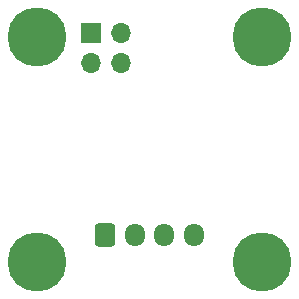
<source format=gbr>
%TF.GenerationSoftware,KiCad,Pcbnew,8.0.6-8.0.6-0~ubuntu20.04.1*%
%TF.CreationDate,2024-11-07T01:45:43+05:00*%
%TF.ProjectId,AH3,4148332e-6b69-4636-9164-5f7063625858,rev?*%
%TF.SameCoordinates,Original*%
%TF.FileFunction,Soldermask,Bot*%
%TF.FilePolarity,Negative*%
%FSLAX46Y46*%
G04 Gerber Fmt 4.6, Leading zero omitted, Abs format (unit mm)*
G04 Created by KiCad (PCBNEW 8.0.6-8.0.6-0~ubuntu20.04.1) date 2024-11-07 01:45:43*
%MOMM*%
%LPD*%
G01*
G04 APERTURE LIST*
G04 Aperture macros list*
%AMRoundRect*
0 Rectangle with rounded corners*
0 $1 Rounding radius*
0 $2 $3 $4 $5 $6 $7 $8 $9 X,Y pos of 4 corners*
0 Add a 4 corners polygon primitive as box body*
4,1,4,$2,$3,$4,$5,$6,$7,$8,$9,$2,$3,0*
0 Add four circle primitives for the rounded corners*
1,1,$1+$1,$2,$3*
1,1,$1+$1,$4,$5*
1,1,$1+$1,$6,$7*
1,1,$1+$1,$8,$9*
0 Add four rect primitives between the rounded corners*
20,1,$1+$1,$2,$3,$4,$5,0*
20,1,$1+$1,$4,$5,$6,$7,0*
20,1,$1+$1,$6,$7,$8,$9,0*
20,1,$1+$1,$8,$9,$2,$3,0*%
G04 Aperture macros list end*
%ADD10R,1.700000X1.700000*%
%ADD11O,1.700000X1.700000*%
%ADD12C,5.000000*%
%ADD13RoundRect,0.250000X-0.600000X-0.725000X0.600000X-0.725000X0.600000X0.725000X-0.600000X0.725000X0*%
%ADD14O,1.700000X1.950000*%
G04 APERTURE END LIST*
D10*
%TO.C,J1*%
X131560000Y-86660000D03*
D11*
X134100000Y-86660000D03*
X131560000Y-89200000D03*
X134100000Y-89200000D03*
%TD*%
D12*
%TO.C,H2*%
X146045941Y-106045941D03*
%TD*%
%TO.C,H3*%
X126954058Y-106045941D03*
%TD*%
%TO.C,H4*%
X146045941Y-86954058D03*
%TD*%
D13*
%TO.C,J3*%
X132750000Y-103700000D03*
D14*
X135250000Y-103700000D03*
X137750000Y-103700000D03*
X140250000Y-103700000D03*
%TD*%
D12*
%TO.C,H1*%
X126954058Y-86954058D03*
%TD*%
M02*

</source>
